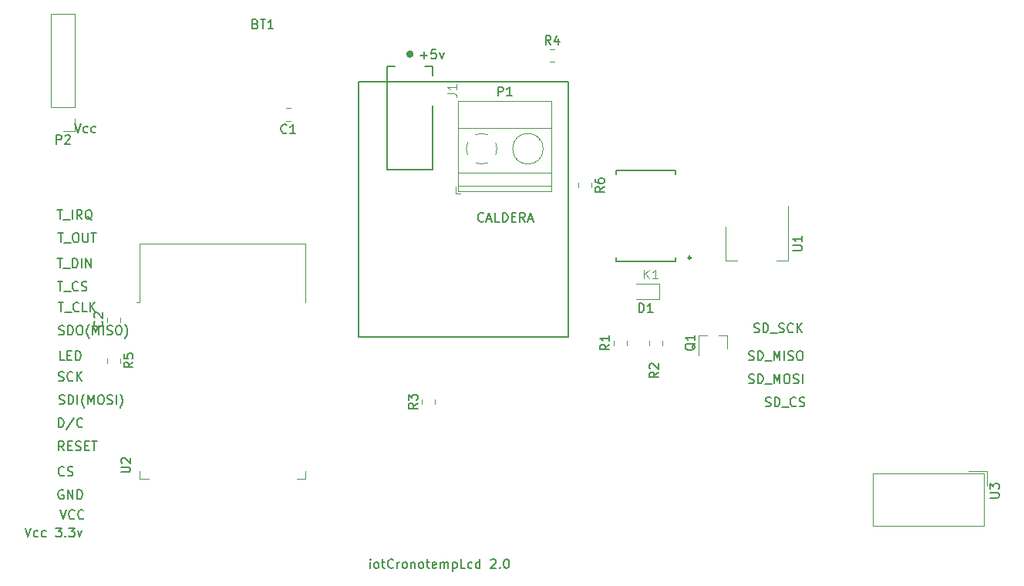
<source format=gbr>
G04 #@! TF.GenerationSoftware,KiCad,Pcbnew,5.1.5+dfsg1-2build2*
G04 #@! TF.CreationDate,2021-09-10T16:14:55+02:00*
G04 #@! TF.ProjectId,cronotempNuevo,63726f6e-6f74-4656-9d70-4e7565766f2e,rev?*
G04 #@! TF.SameCoordinates,Original*
G04 #@! TF.FileFunction,Legend,Top*
G04 #@! TF.FilePolarity,Positive*
%FSLAX46Y46*%
G04 Gerber Fmt 4.6, Leading zero omitted, Abs format (unit mm)*
G04 Created by KiCad (PCBNEW 5.1.5+dfsg1-2build2) date 2021-09-10 16:14:55*
%MOMM*%
%LPD*%
G04 APERTURE LIST*
%ADD10C,0.150000*%
%ADD11C,0.120000*%
%ADD12C,0.127000*%
%ADD13C,0.400000*%
%ADD14C,0.280000*%
%ADD15C,0.015000*%
G04 APERTURE END LIST*
D10*
X103761904Y-106071428D02*
X104523809Y-106071428D01*
X104142857Y-106452380D02*
X104142857Y-105690476D01*
X105476190Y-105452380D02*
X105000000Y-105452380D01*
X104952380Y-105928571D01*
X105000000Y-105880952D01*
X105095238Y-105833333D01*
X105333333Y-105833333D01*
X105428571Y-105880952D01*
X105476190Y-105928571D01*
X105523809Y-106023809D01*
X105523809Y-106261904D01*
X105476190Y-106357142D01*
X105428571Y-106404761D01*
X105333333Y-106452380D01*
X105095238Y-106452380D01*
X105000000Y-106404761D01*
X104952380Y-106357142D01*
X105857142Y-105785714D02*
X106095238Y-106452380D01*
X106333333Y-105785714D01*
X65809523Y-113552380D02*
X66142857Y-114552380D01*
X66476190Y-113552380D01*
X67238095Y-114504761D02*
X67142857Y-114552380D01*
X66952380Y-114552380D01*
X66857142Y-114504761D01*
X66809523Y-114457142D01*
X66761904Y-114361904D01*
X66761904Y-114076190D01*
X66809523Y-113980952D01*
X66857142Y-113933333D01*
X66952380Y-113885714D01*
X67142857Y-113885714D01*
X67238095Y-113933333D01*
X68095238Y-114504761D02*
X68000000Y-114552380D01*
X67809523Y-114552380D01*
X67714285Y-114504761D01*
X67666666Y-114457142D01*
X67619047Y-114361904D01*
X67619047Y-114076190D01*
X67666666Y-113980952D01*
X67714285Y-113933333D01*
X67809523Y-113885714D01*
X68000000Y-113885714D01*
X68095238Y-113933333D01*
X110695238Y-124257142D02*
X110647619Y-124304761D01*
X110504761Y-124352380D01*
X110409523Y-124352380D01*
X110266666Y-124304761D01*
X110171428Y-124209523D01*
X110123809Y-124114285D01*
X110076190Y-123923809D01*
X110076190Y-123780952D01*
X110123809Y-123590476D01*
X110171428Y-123495238D01*
X110266666Y-123400000D01*
X110409523Y-123352380D01*
X110504761Y-123352380D01*
X110647619Y-123400000D01*
X110695238Y-123447619D01*
X111076190Y-124066666D02*
X111552380Y-124066666D01*
X110980952Y-124352380D02*
X111314285Y-123352380D01*
X111647619Y-124352380D01*
X112457142Y-124352380D02*
X111980952Y-124352380D01*
X111980952Y-123352380D01*
X112790476Y-124352380D02*
X112790476Y-123352380D01*
X113028571Y-123352380D01*
X113171428Y-123400000D01*
X113266666Y-123495238D01*
X113314285Y-123590476D01*
X113361904Y-123780952D01*
X113361904Y-123923809D01*
X113314285Y-124114285D01*
X113266666Y-124209523D01*
X113171428Y-124304761D01*
X113028571Y-124352380D01*
X112790476Y-124352380D01*
X113790476Y-123828571D02*
X114123809Y-123828571D01*
X114266666Y-124352380D02*
X113790476Y-124352380D01*
X113790476Y-123352380D01*
X114266666Y-123352380D01*
X115266666Y-124352380D02*
X114933333Y-123876190D01*
X114695238Y-124352380D02*
X114695238Y-123352380D01*
X115076190Y-123352380D01*
X115171428Y-123400000D01*
X115219047Y-123447619D01*
X115266666Y-123542857D01*
X115266666Y-123685714D01*
X115219047Y-123780952D01*
X115171428Y-123828571D01*
X115076190Y-123876190D01*
X114695238Y-123876190D01*
X115647619Y-124066666D02*
X116123809Y-124066666D01*
X115552380Y-124352380D02*
X115885714Y-123352380D01*
X116219047Y-124352380D01*
X120000000Y-109000000D02*
X120000000Y-137000000D01*
X60357142Y-157952380D02*
X60690476Y-158952380D01*
X61023809Y-157952380D01*
X61785714Y-158904761D02*
X61690476Y-158952380D01*
X61500000Y-158952380D01*
X61404761Y-158904761D01*
X61357142Y-158857142D01*
X61309523Y-158761904D01*
X61309523Y-158476190D01*
X61357142Y-158380952D01*
X61404761Y-158333333D01*
X61500000Y-158285714D01*
X61690476Y-158285714D01*
X61785714Y-158333333D01*
X62642857Y-158904761D02*
X62547619Y-158952380D01*
X62357142Y-158952380D01*
X62261904Y-158904761D01*
X62214285Y-158857142D01*
X62166666Y-158761904D01*
X62166666Y-158476190D01*
X62214285Y-158380952D01*
X62261904Y-158333333D01*
X62357142Y-158285714D01*
X62547619Y-158285714D01*
X62642857Y-158333333D01*
X63738095Y-157952380D02*
X64357142Y-157952380D01*
X64023809Y-158333333D01*
X64166666Y-158333333D01*
X64261904Y-158380952D01*
X64309523Y-158428571D01*
X64357142Y-158523809D01*
X64357142Y-158761904D01*
X64309523Y-158857142D01*
X64261904Y-158904761D01*
X64166666Y-158952380D01*
X63880952Y-158952380D01*
X63785714Y-158904761D01*
X63738095Y-158857142D01*
X64785714Y-158857142D02*
X64833333Y-158904761D01*
X64785714Y-158952380D01*
X64738095Y-158904761D01*
X64785714Y-158857142D01*
X64785714Y-158952380D01*
X65166666Y-157952380D02*
X65785714Y-157952380D01*
X65452380Y-158333333D01*
X65595238Y-158333333D01*
X65690476Y-158380952D01*
X65738095Y-158428571D01*
X65785714Y-158523809D01*
X65785714Y-158761904D01*
X65738095Y-158857142D01*
X65690476Y-158904761D01*
X65595238Y-158952380D01*
X65309523Y-158952380D01*
X65214285Y-158904761D01*
X65166666Y-158857142D01*
X66119047Y-158285714D02*
X66357142Y-158952380D01*
X66595238Y-158285714D01*
X97000000Y-109000000D02*
X97000000Y-137000000D01*
X120000000Y-137000000D02*
X97000000Y-137000000D01*
X97000000Y-109000000D02*
X120000000Y-109000000D01*
X98254761Y-162402380D02*
X98254761Y-161735714D01*
X98254761Y-161402380D02*
X98207142Y-161450000D01*
X98254761Y-161497619D01*
X98302380Y-161450000D01*
X98254761Y-161402380D01*
X98254761Y-161497619D01*
X98873809Y-162402380D02*
X98778571Y-162354761D01*
X98730952Y-162307142D01*
X98683333Y-162211904D01*
X98683333Y-161926190D01*
X98730952Y-161830952D01*
X98778571Y-161783333D01*
X98873809Y-161735714D01*
X99016666Y-161735714D01*
X99111904Y-161783333D01*
X99159523Y-161830952D01*
X99207142Y-161926190D01*
X99207142Y-162211904D01*
X99159523Y-162307142D01*
X99111904Y-162354761D01*
X99016666Y-162402380D01*
X98873809Y-162402380D01*
X99492857Y-161735714D02*
X99873809Y-161735714D01*
X99635714Y-161402380D02*
X99635714Y-162259523D01*
X99683333Y-162354761D01*
X99778571Y-162402380D01*
X99873809Y-162402380D01*
X100778571Y-162307142D02*
X100730952Y-162354761D01*
X100588095Y-162402380D01*
X100492857Y-162402380D01*
X100350000Y-162354761D01*
X100254761Y-162259523D01*
X100207142Y-162164285D01*
X100159523Y-161973809D01*
X100159523Y-161830952D01*
X100207142Y-161640476D01*
X100254761Y-161545238D01*
X100350000Y-161450000D01*
X100492857Y-161402380D01*
X100588095Y-161402380D01*
X100730952Y-161450000D01*
X100778571Y-161497619D01*
X101207142Y-162402380D02*
X101207142Y-161735714D01*
X101207142Y-161926190D02*
X101254761Y-161830952D01*
X101302380Y-161783333D01*
X101397619Y-161735714D01*
X101492857Y-161735714D01*
X101969047Y-162402380D02*
X101873809Y-162354761D01*
X101826190Y-162307142D01*
X101778571Y-162211904D01*
X101778571Y-161926190D01*
X101826190Y-161830952D01*
X101873809Y-161783333D01*
X101969047Y-161735714D01*
X102111904Y-161735714D01*
X102207142Y-161783333D01*
X102254761Y-161830952D01*
X102302380Y-161926190D01*
X102302380Y-162211904D01*
X102254761Y-162307142D01*
X102207142Y-162354761D01*
X102111904Y-162402380D01*
X101969047Y-162402380D01*
X102730952Y-161735714D02*
X102730952Y-162402380D01*
X102730952Y-161830952D02*
X102778571Y-161783333D01*
X102873809Y-161735714D01*
X103016666Y-161735714D01*
X103111904Y-161783333D01*
X103159523Y-161878571D01*
X103159523Y-162402380D01*
X103778571Y-162402380D02*
X103683333Y-162354761D01*
X103635714Y-162307142D01*
X103588095Y-162211904D01*
X103588095Y-161926190D01*
X103635714Y-161830952D01*
X103683333Y-161783333D01*
X103778571Y-161735714D01*
X103921428Y-161735714D01*
X104016666Y-161783333D01*
X104064285Y-161830952D01*
X104111904Y-161926190D01*
X104111904Y-162211904D01*
X104064285Y-162307142D01*
X104016666Y-162354761D01*
X103921428Y-162402380D01*
X103778571Y-162402380D01*
X104397619Y-161735714D02*
X104778571Y-161735714D01*
X104540476Y-161402380D02*
X104540476Y-162259523D01*
X104588095Y-162354761D01*
X104683333Y-162402380D01*
X104778571Y-162402380D01*
X105492857Y-162354761D02*
X105397619Y-162402380D01*
X105207142Y-162402380D01*
X105111904Y-162354761D01*
X105064285Y-162259523D01*
X105064285Y-161878571D01*
X105111904Y-161783333D01*
X105207142Y-161735714D01*
X105397619Y-161735714D01*
X105492857Y-161783333D01*
X105540476Y-161878571D01*
X105540476Y-161973809D01*
X105064285Y-162069047D01*
X105969047Y-162402380D02*
X105969047Y-161735714D01*
X105969047Y-161830952D02*
X106016666Y-161783333D01*
X106111904Y-161735714D01*
X106254761Y-161735714D01*
X106350000Y-161783333D01*
X106397619Y-161878571D01*
X106397619Y-162402380D01*
X106397619Y-161878571D02*
X106445238Y-161783333D01*
X106540476Y-161735714D01*
X106683333Y-161735714D01*
X106778571Y-161783333D01*
X106826190Y-161878571D01*
X106826190Y-162402380D01*
X107302380Y-161735714D02*
X107302380Y-162735714D01*
X107302380Y-161783333D02*
X107397619Y-161735714D01*
X107588095Y-161735714D01*
X107683333Y-161783333D01*
X107730952Y-161830952D01*
X107778571Y-161926190D01*
X107778571Y-162211904D01*
X107730952Y-162307142D01*
X107683333Y-162354761D01*
X107588095Y-162402380D01*
X107397619Y-162402380D01*
X107302380Y-162354761D01*
X108683333Y-162402380D02*
X108207142Y-162402380D01*
X108207142Y-161402380D01*
X109445238Y-162354761D02*
X109350000Y-162402380D01*
X109159523Y-162402380D01*
X109064285Y-162354761D01*
X109016666Y-162307142D01*
X108969047Y-162211904D01*
X108969047Y-161926190D01*
X109016666Y-161830952D01*
X109064285Y-161783333D01*
X109159523Y-161735714D01*
X109350000Y-161735714D01*
X109445238Y-161783333D01*
X110302380Y-162402380D02*
X110302380Y-161402380D01*
X110302380Y-162354761D02*
X110207142Y-162402380D01*
X110016666Y-162402380D01*
X109921428Y-162354761D01*
X109873809Y-162307142D01*
X109826190Y-162211904D01*
X109826190Y-161926190D01*
X109873809Y-161830952D01*
X109921428Y-161783333D01*
X110016666Y-161735714D01*
X110207142Y-161735714D01*
X110302380Y-161783333D01*
X111492857Y-161497619D02*
X111540476Y-161450000D01*
X111635714Y-161402380D01*
X111873809Y-161402380D01*
X111969047Y-161450000D01*
X112016666Y-161497619D01*
X112064285Y-161592857D01*
X112064285Y-161688095D01*
X112016666Y-161830952D01*
X111445238Y-162402380D01*
X112064285Y-162402380D01*
X112492857Y-162307142D02*
X112540476Y-162354761D01*
X112492857Y-162402380D01*
X112445238Y-162354761D01*
X112492857Y-162307142D01*
X112492857Y-162402380D01*
X113159523Y-161402380D02*
X113254761Y-161402380D01*
X113350000Y-161450000D01*
X113397619Y-161497619D01*
X113445238Y-161592857D01*
X113492857Y-161783333D01*
X113492857Y-162021428D01*
X113445238Y-162211904D01*
X113397619Y-162307142D01*
X113350000Y-162354761D01*
X113254761Y-162402380D01*
X113159523Y-162402380D01*
X113064285Y-162354761D01*
X113016666Y-162307142D01*
X112969047Y-162211904D01*
X112921428Y-162021428D01*
X112921428Y-161783333D01*
X112969047Y-161592857D01*
X113016666Y-161497619D01*
X113064285Y-161450000D01*
X113159523Y-161402380D01*
D11*
X121140000Y-120091422D02*
X121140000Y-120608578D01*
X122560000Y-120091422D02*
X122560000Y-120608578D01*
X65846000Y-101540000D02*
X63186000Y-101540000D01*
X65846000Y-111760000D02*
X65846000Y-101540000D01*
X63186000Y-111760000D02*
X63186000Y-101540000D01*
X65846000Y-111760000D02*
X63186000Y-111760000D01*
X65846000Y-113030000D02*
X65846000Y-114360000D01*
X65846000Y-114360000D02*
X64516000Y-114360000D01*
X69390000Y-135358578D02*
X69390000Y-134841422D01*
X70810000Y-135358578D02*
X70810000Y-134841422D01*
X117991422Y-105390000D02*
X118508578Y-105390000D01*
X117991422Y-106810000D02*
X118508578Y-106810000D01*
D12*
X105116000Y-118642000D02*
X100116000Y-118642000D01*
X100116000Y-118642000D02*
X100116000Y-107242000D01*
X105116000Y-107242000D02*
X105116000Y-108292000D01*
X100116000Y-107242000D02*
X100966000Y-107242000D01*
X105116000Y-111592000D02*
X105116000Y-118642000D01*
X104266000Y-107242000D02*
X105116000Y-107242000D01*
D13*
X102816000Y-105942000D02*
G75*
G03X102816000Y-105942000I-200000J0D01*
G01*
D11*
X69390000Y-139341422D02*
X69390000Y-139858578D01*
X70810000Y-139341422D02*
X70810000Y-139858578D01*
X107650000Y-121232000D02*
X108150000Y-121232000D01*
X107650000Y-120492000D02*
X107650000Y-121232000D01*
X114343000Y-117355000D02*
X114296000Y-117401000D01*
X116640000Y-115057000D02*
X116605000Y-115093000D01*
X114536000Y-117571000D02*
X114501000Y-117606000D01*
X116845000Y-115263000D02*
X116798000Y-115309000D01*
X118170000Y-111071000D02*
X118170000Y-120992000D01*
X107890000Y-111071000D02*
X107890000Y-120992000D01*
X107890000Y-120992000D02*
X118170000Y-120992000D01*
X107890000Y-111071000D02*
X118170000Y-111071000D01*
X107890000Y-114031000D02*
X118170000Y-114031000D01*
X107890000Y-118932000D02*
X118170000Y-118932000D01*
X107890000Y-120432000D02*
X118170000Y-120432000D01*
X117250000Y-116332000D02*
G75*
G03X117250000Y-116332000I-1680000J0D01*
G01*
X110518805Y-118012253D02*
G75*
G02X109806000Y-117867000I-28805J1680253D01*
G01*
X108954574Y-117015042D02*
G75*
G02X108955000Y-115648000I1535426J683042D01*
G01*
X109806958Y-114796574D02*
G75*
G02X111174000Y-114797000I683042J-1535426D01*
G01*
X112025426Y-115648958D02*
G75*
G02X112025000Y-117016000I-1535426J-683042D01*
G01*
X111173318Y-117866756D02*
G75*
G02X110490000Y-118012000I-683318J1534756D01*
G01*
X137480000Y-136840000D02*
X137480000Y-138300000D01*
X134320000Y-136840000D02*
X134320000Y-139000000D01*
X134320000Y-136840000D02*
X135250000Y-136840000D01*
X137480000Y-136840000D02*
X136550000Y-136840000D01*
X72930000Y-151755000D02*
X72930000Y-152535000D01*
X72930000Y-152535000D02*
X73930000Y-152535000D01*
X91170000Y-151755000D02*
X91170000Y-152535000D01*
X91170000Y-152535000D02*
X90170000Y-152535000D01*
X72930000Y-126790000D02*
X91170000Y-126790000D01*
X91170000Y-126790000D02*
X91170000Y-133210000D01*
X72930000Y-126790000D02*
X72930000Y-133210000D01*
X72930000Y-133210000D02*
X72550000Y-133210000D01*
X165670000Y-152030000D02*
X165670000Y-157770000D01*
X165670000Y-157780000D02*
X153410000Y-157780000D01*
X153410000Y-157780000D02*
X153410000Y-152020000D01*
X153410000Y-152020000D02*
X165660000Y-152020000D01*
X165950000Y-151740000D02*
X163950000Y-151740000D01*
X165950000Y-151740000D02*
X165950000Y-153350000D01*
X89508578Y-111840000D02*
X88991422Y-111840000D01*
X89508578Y-113260000D02*
X88991422Y-113260000D01*
X126410000Y-137908578D02*
X126410000Y-137391422D01*
X124990000Y-137908578D02*
X124990000Y-137391422D01*
X130310000Y-137908578D02*
X130310000Y-137391422D01*
X128890000Y-137908578D02*
X128890000Y-137391422D01*
X103940000Y-144358578D02*
X103940000Y-143841422D01*
X105360000Y-144358578D02*
X105360000Y-143841422D01*
D12*
X131774000Y-128698000D02*
X125274000Y-128698000D01*
X125274000Y-118698000D02*
X131774000Y-118698000D01*
D14*
X133464000Y-128298000D02*
G75*
G03X133464000Y-128298000I-140000J0D01*
G01*
D12*
X131774000Y-128698000D02*
X131774000Y-128298000D01*
X125274000Y-128698000D02*
X125274000Y-128298000D01*
X131774000Y-118698000D02*
X131774000Y-119098000D01*
X125274000Y-118698000D02*
X125274000Y-119098000D01*
D11*
X130000000Y-132850000D02*
X127450000Y-132850000D01*
X130000000Y-131150000D02*
X127450000Y-131150000D01*
X130000000Y-132850000D02*
X130000000Y-131150000D01*
X137306000Y-128656000D02*
X138566000Y-128656000D01*
X144126000Y-128656000D02*
X142866000Y-128656000D01*
X137306000Y-124896000D02*
X137306000Y-128656000D01*
X144126000Y-122646000D02*
X144126000Y-128656000D01*
D10*
X140399142Y-136454761D02*
X140542000Y-136502380D01*
X140780095Y-136502380D01*
X140875333Y-136454761D01*
X140922952Y-136407142D01*
X140970571Y-136311904D01*
X140970571Y-136216666D01*
X140922952Y-136121428D01*
X140875333Y-136073809D01*
X140780095Y-136026190D01*
X140589619Y-135978571D01*
X140494380Y-135930952D01*
X140446761Y-135883333D01*
X140399142Y-135788095D01*
X140399142Y-135692857D01*
X140446761Y-135597619D01*
X140494380Y-135550000D01*
X140589619Y-135502380D01*
X140827714Y-135502380D01*
X140970571Y-135550000D01*
X141399142Y-136502380D02*
X141399142Y-135502380D01*
X141637238Y-135502380D01*
X141780095Y-135550000D01*
X141875333Y-135645238D01*
X141922952Y-135740476D01*
X141970571Y-135930952D01*
X141970571Y-136073809D01*
X141922952Y-136264285D01*
X141875333Y-136359523D01*
X141780095Y-136454761D01*
X141637238Y-136502380D01*
X141399142Y-136502380D01*
X142161047Y-136597619D02*
X142922952Y-136597619D01*
X143113428Y-136454761D02*
X143256285Y-136502380D01*
X143494380Y-136502380D01*
X143589619Y-136454761D01*
X143637238Y-136407142D01*
X143684857Y-136311904D01*
X143684857Y-136216666D01*
X143637238Y-136121428D01*
X143589619Y-136073809D01*
X143494380Y-136026190D01*
X143303904Y-135978571D01*
X143208666Y-135930952D01*
X143161047Y-135883333D01*
X143113428Y-135788095D01*
X143113428Y-135692857D01*
X143161047Y-135597619D01*
X143208666Y-135550000D01*
X143303904Y-135502380D01*
X143542000Y-135502380D01*
X143684857Y-135550000D01*
X144684857Y-136407142D02*
X144637238Y-136454761D01*
X144494380Y-136502380D01*
X144399142Y-136502380D01*
X144256285Y-136454761D01*
X144161047Y-136359523D01*
X144113428Y-136264285D01*
X144065809Y-136073809D01*
X144065809Y-135930952D01*
X144113428Y-135740476D01*
X144161047Y-135645238D01*
X144256285Y-135550000D01*
X144399142Y-135502380D01*
X144494380Y-135502380D01*
X144637238Y-135550000D01*
X144684857Y-135597619D01*
X145113428Y-136502380D02*
X145113428Y-135502380D01*
X145684857Y-136502380D02*
X145256285Y-135930952D01*
X145684857Y-135502380D02*
X145113428Y-136073809D01*
X139811809Y-139502761D02*
X139954666Y-139550380D01*
X140192761Y-139550380D01*
X140288000Y-139502761D01*
X140335619Y-139455142D01*
X140383238Y-139359904D01*
X140383238Y-139264666D01*
X140335619Y-139169428D01*
X140288000Y-139121809D01*
X140192761Y-139074190D01*
X140002285Y-139026571D01*
X139907047Y-138978952D01*
X139859428Y-138931333D01*
X139811809Y-138836095D01*
X139811809Y-138740857D01*
X139859428Y-138645619D01*
X139907047Y-138598000D01*
X140002285Y-138550380D01*
X140240380Y-138550380D01*
X140383238Y-138598000D01*
X140811809Y-139550380D02*
X140811809Y-138550380D01*
X141049904Y-138550380D01*
X141192761Y-138598000D01*
X141288000Y-138693238D01*
X141335619Y-138788476D01*
X141383238Y-138978952D01*
X141383238Y-139121809D01*
X141335619Y-139312285D01*
X141288000Y-139407523D01*
X141192761Y-139502761D01*
X141049904Y-139550380D01*
X140811809Y-139550380D01*
X141573714Y-139645619D02*
X142335619Y-139645619D01*
X142573714Y-139550380D02*
X142573714Y-138550380D01*
X142907047Y-139264666D01*
X143240380Y-138550380D01*
X143240380Y-139550380D01*
X143716571Y-139550380D02*
X143716571Y-138550380D01*
X144145142Y-139502761D02*
X144288000Y-139550380D01*
X144526095Y-139550380D01*
X144621333Y-139502761D01*
X144668952Y-139455142D01*
X144716571Y-139359904D01*
X144716571Y-139264666D01*
X144668952Y-139169428D01*
X144621333Y-139121809D01*
X144526095Y-139074190D01*
X144335619Y-139026571D01*
X144240380Y-138978952D01*
X144192761Y-138931333D01*
X144145142Y-138836095D01*
X144145142Y-138740857D01*
X144192761Y-138645619D01*
X144240380Y-138598000D01*
X144335619Y-138550380D01*
X144573714Y-138550380D01*
X144716571Y-138598000D01*
X145335619Y-138550380D02*
X145526095Y-138550380D01*
X145621333Y-138598000D01*
X145716571Y-138693238D01*
X145764190Y-138883714D01*
X145764190Y-139217047D01*
X145716571Y-139407523D01*
X145621333Y-139502761D01*
X145526095Y-139550380D01*
X145335619Y-139550380D01*
X145240380Y-139502761D01*
X145145142Y-139407523D01*
X145097523Y-139217047D01*
X145097523Y-138883714D01*
X145145142Y-138693238D01*
X145240380Y-138598000D01*
X145335619Y-138550380D01*
X139811809Y-142042761D02*
X139954666Y-142090380D01*
X140192761Y-142090380D01*
X140288000Y-142042761D01*
X140335619Y-141995142D01*
X140383238Y-141899904D01*
X140383238Y-141804666D01*
X140335619Y-141709428D01*
X140288000Y-141661809D01*
X140192761Y-141614190D01*
X140002285Y-141566571D01*
X139907047Y-141518952D01*
X139859428Y-141471333D01*
X139811809Y-141376095D01*
X139811809Y-141280857D01*
X139859428Y-141185619D01*
X139907047Y-141138000D01*
X140002285Y-141090380D01*
X140240380Y-141090380D01*
X140383238Y-141138000D01*
X140811809Y-142090380D02*
X140811809Y-141090380D01*
X141049904Y-141090380D01*
X141192761Y-141138000D01*
X141288000Y-141233238D01*
X141335619Y-141328476D01*
X141383238Y-141518952D01*
X141383238Y-141661809D01*
X141335619Y-141852285D01*
X141288000Y-141947523D01*
X141192761Y-142042761D01*
X141049904Y-142090380D01*
X140811809Y-142090380D01*
X141573714Y-142185619D02*
X142335619Y-142185619D01*
X142573714Y-142090380D02*
X142573714Y-141090380D01*
X142907047Y-141804666D01*
X143240380Y-141090380D01*
X143240380Y-142090380D01*
X143907047Y-141090380D02*
X144097523Y-141090380D01*
X144192761Y-141138000D01*
X144288000Y-141233238D01*
X144335619Y-141423714D01*
X144335619Y-141757047D01*
X144288000Y-141947523D01*
X144192761Y-142042761D01*
X144097523Y-142090380D01*
X143907047Y-142090380D01*
X143811809Y-142042761D01*
X143716571Y-141947523D01*
X143668952Y-141757047D01*
X143668952Y-141423714D01*
X143716571Y-141233238D01*
X143811809Y-141138000D01*
X143907047Y-141090380D01*
X144716571Y-142042761D02*
X144859428Y-142090380D01*
X145097523Y-142090380D01*
X145192761Y-142042761D01*
X145240380Y-141995142D01*
X145288000Y-141899904D01*
X145288000Y-141804666D01*
X145240380Y-141709428D01*
X145192761Y-141661809D01*
X145097523Y-141614190D01*
X144907047Y-141566571D01*
X144811809Y-141518952D01*
X144764190Y-141471333D01*
X144716571Y-141376095D01*
X144716571Y-141280857D01*
X144764190Y-141185619D01*
X144811809Y-141138000D01*
X144907047Y-141090380D01*
X145145142Y-141090380D01*
X145288000Y-141138000D01*
X145716571Y-142090380D02*
X145716571Y-141090380D01*
X141661142Y-144582761D02*
X141804000Y-144630380D01*
X142042095Y-144630380D01*
X142137333Y-144582761D01*
X142184952Y-144535142D01*
X142232571Y-144439904D01*
X142232571Y-144344666D01*
X142184952Y-144249428D01*
X142137333Y-144201809D01*
X142042095Y-144154190D01*
X141851619Y-144106571D01*
X141756380Y-144058952D01*
X141708761Y-144011333D01*
X141661142Y-143916095D01*
X141661142Y-143820857D01*
X141708761Y-143725619D01*
X141756380Y-143678000D01*
X141851619Y-143630380D01*
X142089714Y-143630380D01*
X142232571Y-143678000D01*
X142661142Y-144630380D02*
X142661142Y-143630380D01*
X142899238Y-143630380D01*
X143042095Y-143678000D01*
X143137333Y-143773238D01*
X143184952Y-143868476D01*
X143232571Y-144058952D01*
X143232571Y-144201809D01*
X143184952Y-144392285D01*
X143137333Y-144487523D01*
X143042095Y-144582761D01*
X142899238Y-144630380D01*
X142661142Y-144630380D01*
X143423047Y-144725619D02*
X144184952Y-144725619D01*
X144994476Y-144535142D02*
X144946857Y-144582761D01*
X144804000Y-144630380D01*
X144708761Y-144630380D01*
X144565904Y-144582761D01*
X144470666Y-144487523D01*
X144423047Y-144392285D01*
X144375428Y-144201809D01*
X144375428Y-144058952D01*
X144423047Y-143868476D01*
X144470666Y-143773238D01*
X144565904Y-143678000D01*
X144708761Y-143630380D01*
X144804000Y-143630380D01*
X144946857Y-143678000D01*
X144994476Y-143725619D01*
X145375428Y-144582761D02*
X145518285Y-144630380D01*
X145756380Y-144630380D01*
X145851619Y-144582761D01*
X145899238Y-144535142D01*
X145946857Y-144439904D01*
X145946857Y-144344666D01*
X145899238Y-144249428D01*
X145851619Y-144201809D01*
X145756380Y-144154190D01*
X145565904Y-144106571D01*
X145470666Y-144058952D01*
X145423047Y-144011333D01*
X145375428Y-143916095D01*
X145375428Y-143820857D01*
X145423047Y-143725619D01*
X145470666Y-143678000D01*
X145565904Y-143630380D01*
X145804000Y-143630380D01*
X145946857Y-143678000D01*
X63897428Y-123056380D02*
X64468857Y-123056380D01*
X64183142Y-124056380D02*
X64183142Y-123056380D01*
X64564095Y-124151619D02*
X65326000Y-124151619D01*
X65564095Y-124056380D02*
X65564095Y-123056380D01*
X66611714Y-124056380D02*
X66278380Y-123580190D01*
X66040285Y-124056380D02*
X66040285Y-123056380D01*
X66421238Y-123056380D01*
X66516476Y-123104000D01*
X66564095Y-123151619D01*
X66611714Y-123246857D01*
X66611714Y-123389714D01*
X66564095Y-123484952D01*
X66516476Y-123532571D01*
X66421238Y-123580190D01*
X66040285Y-123580190D01*
X67706952Y-124151619D02*
X67611714Y-124104000D01*
X67516476Y-124008761D01*
X67373619Y-123865904D01*
X67278380Y-123818285D01*
X67183142Y-123818285D01*
X67230761Y-124056380D02*
X67135523Y-124008761D01*
X67040285Y-123913523D01*
X66992666Y-123723047D01*
X66992666Y-123389714D01*
X67040285Y-123199238D01*
X67135523Y-123104000D01*
X67230761Y-123056380D01*
X67421238Y-123056380D01*
X67516476Y-123104000D01*
X67611714Y-123199238D01*
X67659333Y-123389714D01*
X67659333Y-123723047D01*
X67611714Y-123913523D01*
X67516476Y-124008761D01*
X67421238Y-124056380D01*
X67230761Y-124056380D01*
X63984761Y-125596380D02*
X64556190Y-125596380D01*
X64270476Y-126596380D02*
X64270476Y-125596380D01*
X64651428Y-126691619D02*
X65413333Y-126691619D01*
X65841904Y-125596380D02*
X66032380Y-125596380D01*
X66127619Y-125644000D01*
X66222857Y-125739238D01*
X66270476Y-125929714D01*
X66270476Y-126263047D01*
X66222857Y-126453523D01*
X66127619Y-126548761D01*
X66032380Y-126596380D01*
X65841904Y-126596380D01*
X65746666Y-126548761D01*
X65651428Y-126453523D01*
X65603809Y-126263047D01*
X65603809Y-125929714D01*
X65651428Y-125739238D01*
X65746666Y-125644000D01*
X65841904Y-125596380D01*
X66699047Y-125596380D02*
X66699047Y-126405904D01*
X66746666Y-126501142D01*
X66794285Y-126548761D01*
X66889523Y-126596380D01*
X67080000Y-126596380D01*
X67175238Y-126548761D01*
X67222857Y-126501142D01*
X67270476Y-126405904D01*
X67270476Y-125596380D01*
X67603809Y-125596380D02*
X68175238Y-125596380D01*
X67889523Y-126596380D02*
X67889523Y-125596380D01*
X63897428Y-128390380D02*
X64468857Y-128390380D01*
X64183142Y-129390380D02*
X64183142Y-128390380D01*
X64564095Y-129485619D02*
X65326000Y-129485619D01*
X65564095Y-129390380D02*
X65564095Y-128390380D01*
X65802190Y-128390380D01*
X65945047Y-128438000D01*
X66040285Y-128533238D01*
X66087904Y-128628476D01*
X66135523Y-128818952D01*
X66135523Y-128961809D01*
X66087904Y-129152285D01*
X66040285Y-129247523D01*
X65945047Y-129342761D01*
X65802190Y-129390380D01*
X65564095Y-129390380D01*
X66564095Y-129390380D02*
X66564095Y-128390380D01*
X67040285Y-129390380D02*
X67040285Y-128390380D01*
X67611714Y-129390380D01*
X67611714Y-128390380D01*
X63929142Y-130930380D02*
X64500571Y-130930380D01*
X64214857Y-131930380D02*
X64214857Y-130930380D01*
X64595809Y-132025619D02*
X65357714Y-132025619D01*
X66167238Y-131835142D02*
X66119619Y-131882761D01*
X65976761Y-131930380D01*
X65881523Y-131930380D01*
X65738666Y-131882761D01*
X65643428Y-131787523D01*
X65595809Y-131692285D01*
X65548190Y-131501809D01*
X65548190Y-131358952D01*
X65595809Y-131168476D01*
X65643428Y-131073238D01*
X65738666Y-130978000D01*
X65881523Y-130930380D01*
X65976761Y-130930380D01*
X66119619Y-130978000D01*
X66167238Y-131025619D01*
X66548190Y-131882761D02*
X66691047Y-131930380D01*
X66929142Y-131930380D01*
X67024380Y-131882761D01*
X67072000Y-131835142D01*
X67119619Y-131739904D01*
X67119619Y-131644666D01*
X67072000Y-131549428D01*
X67024380Y-131501809D01*
X66929142Y-131454190D01*
X66738666Y-131406571D01*
X66643428Y-131358952D01*
X66595809Y-131311333D01*
X66548190Y-131216095D01*
X66548190Y-131120857D01*
X66595809Y-131025619D01*
X66643428Y-130978000D01*
X66738666Y-130930380D01*
X66976761Y-130930380D01*
X67119619Y-130978000D01*
X64008571Y-133216380D02*
X64580000Y-133216380D01*
X64294285Y-134216380D02*
X64294285Y-133216380D01*
X64675238Y-134311619D02*
X65437142Y-134311619D01*
X66246666Y-134121142D02*
X66199047Y-134168761D01*
X66056190Y-134216380D01*
X65960952Y-134216380D01*
X65818095Y-134168761D01*
X65722857Y-134073523D01*
X65675238Y-133978285D01*
X65627619Y-133787809D01*
X65627619Y-133644952D01*
X65675238Y-133454476D01*
X65722857Y-133359238D01*
X65818095Y-133264000D01*
X65960952Y-133216380D01*
X66056190Y-133216380D01*
X66199047Y-133264000D01*
X66246666Y-133311619D01*
X67151428Y-134216380D02*
X66675238Y-134216380D01*
X66675238Y-133216380D01*
X67484761Y-134216380D02*
X67484761Y-133216380D01*
X68056190Y-134216380D02*
X67627619Y-133644952D01*
X68056190Y-133216380D02*
X67484761Y-133787809D01*
X64072285Y-136708761D02*
X64215142Y-136756380D01*
X64453238Y-136756380D01*
X64548476Y-136708761D01*
X64596095Y-136661142D01*
X64643714Y-136565904D01*
X64643714Y-136470666D01*
X64596095Y-136375428D01*
X64548476Y-136327809D01*
X64453238Y-136280190D01*
X64262761Y-136232571D01*
X64167523Y-136184952D01*
X64119904Y-136137333D01*
X64072285Y-136042095D01*
X64072285Y-135946857D01*
X64119904Y-135851619D01*
X64167523Y-135804000D01*
X64262761Y-135756380D01*
X64500857Y-135756380D01*
X64643714Y-135804000D01*
X65072285Y-136756380D02*
X65072285Y-135756380D01*
X65310380Y-135756380D01*
X65453238Y-135804000D01*
X65548476Y-135899238D01*
X65596095Y-135994476D01*
X65643714Y-136184952D01*
X65643714Y-136327809D01*
X65596095Y-136518285D01*
X65548476Y-136613523D01*
X65453238Y-136708761D01*
X65310380Y-136756380D01*
X65072285Y-136756380D01*
X66262761Y-135756380D02*
X66453238Y-135756380D01*
X66548476Y-135804000D01*
X66643714Y-135899238D01*
X66691333Y-136089714D01*
X66691333Y-136423047D01*
X66643714Y-136613523D01*
X66548476Y-136708761D01*
X66453238Y-136756380D01*
X66262761Y-136756380D01*
X66167523Y-136708761D01*
X66072285Y-136613523D01*
X66024666Y-136423047D01*
X66024666Y-136089714D01*
X66072285Y-135899238D01*
X66167523Y-135804000D01*
X66262761Y-135756380D01*
X67405619Y-137137333D02*
X67358000Y-137089714D01*
X67262761Y-136946857D01*
X67215142Y-136851619D01*
X67167523Y-136708761D01*
X67119904Y-136470666D01*
X67119904Y-136280190D01*
X67167523Y-136042095D01*
X67215142Y-135899238D01*
X67262761Y-135804000D01*
X67358000Y-135661142D01*
X67405619Y-135613523D01*
X67786571Y-136756380D02*
X67786571Y-135756380D01*
X68119904Y-136470666D01*
X68453238Y-135756380D01*
X68453238Y-136756380D01*
X68929428Y-136756380D02*
X68929428Y-135756380D01*
X69358000Y-136708761D02*
X69500857Y-136756380D01*
X69738952Y-136756380D01*
X69834190Y-136708761D01*
X69881809Y-136661142D01*
X69929428Y-136565904D01*
X69929428Y-136470666D01*
X69881809Y-136375428D01*
X69834190Y-136327809D01*
X69738952Y-136280190D01*
X69548476Y-136232571D01*
X69453238Y-136184952D01*
X69405619Y-136137333D01*
X69358000Y-136042095D01*
X69358000Y-135946857D01*
X69405619Y-135851619D01*
X69453238Y-135804000D01*
X69548476Y-135756380D01*
X69786571Y-135756380D01*
X69929428Y-135804000D01*
X70548476Y-135756380D02*
X70738952Y-135756380D01*
X70834190Y-135804000D01*
X70929428Y-135899238D01*
X70977047Y-136089714D01*
X70977047Y-136423047D01*
X70929428Y-136613523D01*
X70834190Y-136708761D01*
X70738952Y-136756380D01*
X70548476Y-136756380D01*
X70453238Y-136708761D01*
X70358000Y-136613523D01*
X70310380Y-136423047D01*
X70310380Y-136089714D01*
X70358000Y-135899238D01*
X70453238Y-135804000D01*
X70548476Y-135756380D01*
X71310380Y-137137333D02*
X71358000Y-137089714D01*
X71453238Y-136946857D01*
X71500857Y-136851619D01*
X71548476Y-136708761D01*
X71596095Y-136470666D01*
X71596095Y-136280190D01*
X71548476Y-136042095D01*
X71500857Y-135899238D01*
X71453238Y-135804000D01*
X71358000Y-135661142D01*
X71310380Y-135613523D01*
X64675142Y-139550380D02*
X64198952Y-139550380D01*
X64198952Y-138550380D01*
X65008476Y-139026571D02*
X65341809Y-139026571D01*
X65484666Y-139550380D02*
X65008476Y-139550380D01*
X65008476Y-138550380D01*
X65484666Y-138550380D01*
X65913238Y-139550380D02*
X65913238Y-138550380D01*
X66151333Y-138550380D01*
X66294190Y-138598000D01*
X66389428Y-138693238D01*
X66437047Y-138788476D01*
X66484666Y-138978952D01*
X66484666Y-139121809D01*
X66437047Y-139312285D01*
X66389428Y-139407523D01*
X66294190Y-139502761D01*
X66151333Y-139550380D01*
X65913238Y-139550380D01*
X64032285Y-141788761D02*
X64175142Y-141836380D01*
X64413238Y-141836380D01*
X64508476Y-141788761D01*
X64556095Y-141741142D01*
X64603714Y-141645904D01*
X64603714Y-141550666D01*
X64556095Y-141455428D01*
X64508476Y-141407809D01*
X64413238Y-141360190D01*
X64222761Y-141312571D01*
X64127523Y-141264952D01*
X64079904Y-141217333D01*
X64032285Y-141122095D01*
X64032285Y-141026857D01*
X64079904Y-140931619D01*
X64127523Y-140884000D01*
X64222761Y-140836380D01*
X64460857Y-140836380D01*
X64603714Y-140884000D01*
X65603714Y-141741142D02*
X65556095Y-141788761D01*
X65413238Y-141836380D01*
X65318000Y-141836380D01*
X65175142Y-141788761D01*
X65079904Y-141693523D01*
X65032285Y-141598285D01*
X64984666Y-141407809D01*
X64984666Y-141264952D01*
X65032285Y-141074476D01*
X65079904Y-140979238D01*
X65175142Y-140884000D01*
X65318000Y-140836380D01*
X65413238Y-140836380D01*
X65556095Y-140884000D01*
X65603714Y-140931619D01*
X66032285Y-141836380D02*
X66032285Y-140836380D01*
X66603714Y-141836380D02*
X66175142Y-141264952D01*
X66603714Y-140836380D02*
X66032285Y-141407809D01*
X64104000Y-144328761D02*
X64246857Y-144376380D01*
X64484952Y-144376380D01*
X64580190Y-144328761D01*
X64627809Y-144281142D01*
X64675428Y-144185904D01*
X64675428Y-144090666D01*
X64627809Y-143995428D01*
X64580190Y-143947809D01*
X64484952Y-143900190D01*
X64294476Y-143852571D01*
X64199238Y-143804952D01*
X64151619Y-143757333D01*
X64104000Y-143662095D01*
X64104000Y-143566857D01*
X64151619Y-143471619D01*
X64199238Y-143424000D01*
X64294476Y-143376380D01*
X64532571Y-143376380D01*
X64675428Y-143424000D01*
X65104000Y-144376380D02*
X65104000Y-143376380D01*
X65342095Y-143376380D01*
X65484952Y-143424000D01*
X65580190Y-143519238D01*
X65627809Y-143614476D01*
X65675428Y-143804952D01*
X65675428Y-143947809D01*
X65627809Y-144138285D01*
X65580190Y-144233523D01*
X65484952Y-144328761D01*
X65342095Y-144376380D01*
X65104000Y-144376380D01*
X66104000Y-144376380D02*
X66104000Y-143376380D01*
X66865904Y-144757333D02*
X66818285Y-144709714D01*
X66723047Y-144566857D01*
X66675428Y-144471619D01*
X66627809Y-144328761D01*
X66580190Y-144090666D01*
X66580190Y-143900190D01*
X66627809Y-143662095D01*
X66675428Y-143519238D01*
X66723047Y-143424000D01*
X66818285Y-143281142D01*
X66865904Y-143233523D01*
X67246857Y-144376380D02*
X67246857Y-143376380D01*
X67580190Y-144090666D01*
X67913523Y-143376380D01*
X67913523Y-144376380D01*
X68580190Y-143376380D02*
X68770666Y-143376380D01*
X68865904Y-143424000D01*
X68961142Y-143519238D01*
X69008761Y-143709714D01*
X69008761Y-144043047D01*
X68961142Y-144233523D01*
X68865904Y-144328761D01*
X68770666Y-144376380D01*
X68580190Y-144376380D01*
X68484952Y-144328761D01*
X68389714Y-144233523D01*
X68342095Y-144043047D01*
X68342095Y-143709714D01*
X68389714Y-143519238D01*
X68484952Y-143424000D01*
X68580190Y-143376380D01*
X69389714Y-144328761D02*
X69532571Y-144376380D01*
X69770666Y-144376380D01*
X69865904Y-144328761D01*
X69913523Y-144281142D01*
X69961142Y-144185904D01*
X69961142Y-144090666D01*
X69913523Y-143995428D01*
X69865904Y-143947809D01*
X69770666Y-143900190D01*
X69580190Y-143852571D01*
X69484952Y-143804952D01*
X69437333Y-143757333D01*
X69389714Y-143662095D01*
X69389714Y-143566857D01*
X69437333Y-143471619D01*
X69484952Y-143424000D01*
X69580190Y-143376380D01*
X69818285Y-143376380D01*
X69961142Y-143424000D01*
X70389714Y-144376380D02*
X70389714Y-143376380D01*
X70770666Y-144757333D02*
X70818285Y-144709714D01*
X70913523Y-144566857D01*
X70961142Y-144471619D01*
X71008761Y-144328761D01*
X71056380Y-144090666D01*
X71056380Y-143900190D01*
X71008761Y-143662095D01*
X70961142Y-143519238D01*
X70913523Y-143424000D01*
X70818285Y-143281142D01*
X70770666Y-143233523D01*
X64032285Y-146916380D02*
X64032285Y-145916380D01*
X64270380Y-145916380D01*
X64413238Y-145964000D01*
X64508476Y-146059238D01*
X64556095Y-146154476D01*
X64603714Y-146344952D01*
X64603714Y-146487809D01*
X64556095Y-146678285D01*
X64508476Y-146773523D01*
X64413238Y-146868761D01*
X64270380Y-146916380D01*
X64032285Y-146916380D01*
X65746571Y-145868761D02*
X64889428Y-147154476D01*
X66651333Y-146821142D02*
X66603714Y-146868761D01*
X66460857Y-146916380D01*
X66365619Y-146916380D01*
X66222761Y-146868761D01*
X66127523Y-146773523D01*
X66079904Y-146678285D01*
X66032285Y-146487809D01*
X66032285Y-146344952D01*
X66079904Y-146154476D01*
X66127523Y-146059238D01*
X66222761Y-145964000D01*
X66365619Y-145916380D01*
X66460857Y-145916380D01*
X66603714Y-145964000D01*
X66651333Y-146011619D01*
X64627619Y-149456380D02*
X64294285Y-148980190D01*
X64056190Y-149456380D02*
X64056190Y-148456380D01*
X64437142Y-148456380D01*
X64532380Y-148504000D01*
X64580000Y-148551619D01*
X64627619Y-148646857D01*
X64627619Y-148789714D01*
X64580000Y-148884952D01*
X64532380Y-148932571D01*
X64437142Y-148980190D01*
X64056190Y-148980190D01*
X65056190Y-148932571D02*
X65389523Y-148932571D01*
X65532380Y-149456380D02*
X65056190Y-149456380D01*
X65056190Y-148456380D01*
X65532380Y-148456380D01*
X65913333Y-149408761D02*
X66056190Y-149456380D01*
X66294285Y-149456380D01*
X66389523Y-149408761D01*
X66437142Y-149361142D01*
X66484761Y-149265904D01*
X66484761Y-149170666D01*
X66437142Y-149075428D01*
X66389523Y-149027809D01*
X66294285Y-148980190D01*
X66103809Y-148932571D01*
X66008571Y-148884952D01*
X65960952Y-148837333D01*
X65913333Y-148742095D01*
X65913333Y-148646857D01*
X65960952Y-148551619D01*
X66008571Y-148504000D01*
X66103809Y-148456380D01*
X66341904Y-148456380D01*
X66484761Y-148504000D01*
X66913333Y-148932571D02*
X67246666Y-148932571D01*
X67389523Y-149456380D02*
X66913333Y-149456380D01*
X66913333Y-148456380D01*
X67389523Y-148456380D01*
X67675238Y-148456380D02*
X68246666Y-148456380D01*
X67960952Y-149456380D02*
X67960952Y-148456380D01*
X64643333Y-152155142D02*
X64595714Y-152202761D01*
X64452857Y-152250380D01*
X64357619Y-152250380D01*
X64214761Y-152202761D01*
X64119523Y-152107523D01*
X64071904Y-152012285D01*
X64024285Y-151821809D01*
X64024285Y-151678952D01*
X64071904Y-151488476D01*
X64119523Y-151393238D01*
X64214761Y-151298000D01*
X64357619Y-151250380D01*
X64452857Y-151250380D01*
X64595714Y-151298000D01*
X64643333Y-151345619D01*
X65024285Y-152202761D02*
X65167142Y-152250380D01*
X65405238Y-152250380D01*
X65500476Y-152202761D01*
X65548095Y-152155142D01*
X65595714Y-152059904D01*
X65595714Y-151964666D01*
X65548095Y-151869428D01*
X65500476Y-151821809D01*
X65405238Y-151774190D01*
X65214761Y-151726571D01*
X65119523Y-151678952D01*
X65071904Y-151631333D01*
X65024285Y-151536095D01*
X65024285Y-151440857D01*
X65071904Y-151345619D01*
X65119523Y-151298000D01*
X65214761Y-151250380D01*
X65452857Y-151250380D01*
X65595714Y-151298000D01*
X64556095Y-153838000D02*
X64460857Y-153790380D01*
X64318000Y-153790380D01*
X64175142Y-153838000D01*
X64079904Y-153933238D01*
X64032285Y-154028476D01*
X63984666Y-154218952D01*
X63984666Y-154361809D01*
X64032285Y-154552285D01*
X64079904Y-154647523D01*
X64175142Y-154742761D01*
X64318000Y-154790380D01*
X64413238Y-154790380D01*
X64556095Y-154742761D01*
X64603714Y-154695142D01*
X64603714Y-154361809D01*
X64413238Y-154361809D01*
X65032285Y-154790380D02*
X65032285Y-153790380D01*
X65603714Y-154790380D01*
X65603714Y-153790380D01*
X66079904Y-154790380D02*
X66079904Y-153790380D01*
X66318000Y-153790380D01*
X66460857Y-153838000D01*
X66556095Y-153933238D01*
X66603714Y-154028476D01*
X66651333Y-154218952D01*
X66651333Y-154361809D01*
X66603714Y-154552285D01*
X66556095Y-154647523D01*
X66460857Y-154742761D01*
X66318000Y-154790380D01*
X66079904Y-154790380D01*
X64206666Y-155988380D02*
X64540000Y-156988380D01*
X64873333Y-155988380D01*
X65778095Y-156893142D02*
X65730476Y-156940761D01*
X65587619Y-156988380D01*
X65492380Y-156988380D01*
X65349523Y-156940761D01*
X65254285Y-156845523D01*
X65206666Y-156750285D01*
X65159047Y-156559809D01*
X65159047Y-156416952D01*
X65206666Y-156226476D01*
X65254285Y-156131238D01*
X65349523Y-156036000D01*
X65492380Y-155988380D01*
X65587619Y-155988380D01*
X65730476Y-156036000D01*
X65778095Y-156083619D01*
X66778095Y-156893142D02*
X66730476Y-156940761D01*
X66587619Y-156988380D01*
X66492380Y-156988380D01*
X66349523Y-156940761D01*
X66254285Y-156845523D01*
X66206666Y-156750285D01*
X66159047Y-156559809D01*
X66159047Y-156416952D01*
X66206666Y-156226476D01*
X66254285Y-156131238D01*
X66349523Y-156036000D01*
X66492380Y-155988380D01*
X66587619Y-155988380D01*
X66730476Y-156036000D01*
X66778095Y-156083619D01*
X123952380Y-120516666D02*
X123476190Y-120850000D01*
X123952380Y-121088095D02*
X122952380Y-121088095D01*
X122952380Y-120707142D01*
X123000000Y-120611904D01*
X123047619Y-120564285D01*
X123142857Y-120516666D01*
X123285714Y-120516666D01*
X123380952Y-120564285D01*
X123428571Y-120611904D01*
X123476190Y-120707142D01*
X123476190Y-121088095D01*
X122952380Y-119659523D02*
X122952380Y-119850000D01*
X123000000Y-119945238D01*
X123047619Y-119992857D01*
X123190476Y-120088095D01*
X123380952Y-120135714D01*
X123761904Y-120135714D01*
X123857142Y-120088095D01*
X123904761Y-120040476D01*
X123952380Y-119945238D01*
X123952380Y-119754761D01*
X123904761Y-119659523D01*
X123857142Y-119611904D01*
X123761904Y-119564285D01*
X123523809Y-119564285D01*
X123428571Y-119611904D01*
X123380952Y-119659523D01*
X123333333Y-119754761D01*
X123333333Y-119945238D01*
X123380952Y-120040476D01*
X123428571Y-120088095D01*
X123523809Y-120135714D01*
X63777904Y-115812380D02*
X63777904Y-114812380D01*
X64158857Y-114812380D01*
X64254095Y-114860000D01*
X64301714Y-114907619D01*
X64349333Y-115002857D01*
X64349333Y-115145714D01*
X64301714Y-115240952D01*
X64254095Y-115288571D01*
X64158857Y-115336190D01*
X63777904Y-115336190D01*
X64730285Y-114907619D02*
X64777904Y-114860000D01*
X64873142Y-114812380D01*
X65111238Y-114812380D01*
X65206476Y-114860000D01*
X65254095Y-114907619D01*
X65301714Y-115002857D01*
X65301714Y-115098095D01*
X65254095Y-115240952D01*
X64682666Y-115812380D01*
X65301714Y-115812380D01*
X68807142Y-135266666D02*
X68854761Y-135314285D01*
X68902380Y-135457142D01*
X68902380Y-135552380D01*
X68854761Y-135695238D01*
X68759523Y-135790476D01*
X68664285Y-135838095D01*
X68473809Y-135885714D01*
X68330952Y-135885714D01*
X68140476Y-135838095D01*
X68045238Y-135790476D01*
X67950000Y-135695238D01*
X67902380Y-135552380D01*
X67902380Y-135457142D01*
X67950000Y-135314285D01*
X67997619Y-135266666D01*
X67997619Y-134885714D02*
X67950000Y-134838095D01*
X67902380Y-134742857D01*
X67902380Y-134504761D01*
X67950000Y-134409523D01*
X67997619Y-134361904D01*
X68092857Y-134314285D01*
X68188095Y-134314285D01*
X68330952Y-134361904D01*
X68902380Y-134933333D01*
X68902380Y-134314285D01*
X118083333Y-104902380D02*
X117750000Y-104426190D01*
X117511904Y-104902380D02*
X117511904Y-103902380D01*
X117892857Y-103902380D01*
X117988095Y-103950000D01*
X118035714Y-103997619D01*
X118083333Y-104092857D01*
X118083333Y-104235714D01*
X118035714Y-104330952D01*
X117988095Y-104378571D01*
X117892857Y-104426190D01*
X117511904Y-104426190D01*
X118940476Y-104235714D02*
X118940476Y-104902380D01*
X118702380Y-103854761D02*
X118464285Y-104569047D01*
X119083333Y-104569047D01*
D15*
X106734321Y-110260976D02*
X107448769Y-110260976D01*
X107591659Y-110308606D01*
X107686919Y-110403866D01*
X107734549Y-110546755D01*
X107734549Y-110642015D01*
X107734549Y-109260748D02*
X107734549Y-109832307D01*
X107734549Y-109546527D02*
X106734321Y-109546527D01*
X106877210Y-109641787D01*
X106972470Y-109737047D01*
X107020100Y-109832307D01*
D10*
X72202380Y-139766666D02*
X71726190Y-140100000D01*
X72202380Y-140338095D02*
X71202380Y-140338095D01*
X71202380Y-139957142D01*
X71250000Y-139861904D01*
X71297619Y-139814285D01*
X71392857Y-139766666D01*
X71535714Y-139766666D01*
X71630952Y-139814285D01*
X71678571Y-139861904D01*
X71726190Y-139957142D01*
X71726190Y-140338095D01*
X71202380Y-138861904D02*
X71202380Y-139338095D01*
X71678571Y-139385714D01*
X71630952Y-139338095D01*
X71583333Y-139242857D01*
X71583333Y-139004761D01*
X71630952Y-138909523D01*
X71678571Y-138861904D01*
X71773809Y-138814285D01*
X72011904Y-138814285D01*
X72107142Y-138861904D01*
X72154761Y-138909523D01*
X72202380Y-139004761D01*
X72202380Y-139242857D01*
X72154761Y-139338095D01*
X72107142Y-139385714D01*
X112291904Y-110524380D02*
X112291904Y-109524380D01*
X112672857Y-109524380D01*
X112768095Y-109572000D01*
X112815714Y-109619619D01*
X112863333Y-109714857D01*
X112863333Y-109857714D01*
X112815714Y-109952952D01*
X112768095Y-110000571D01*
X112672857Y-110048190D01*
X112291904Y-110048190D01*
X113815714Y-110524380D02*
X113244285Y-110524380D01*
X113530000Y-110524380D02*
X113530000Y-109524380D01*
X113434761Y-109667238D01*
X113339523Y-109762476D01*
X113244285Y-109810095D01*
X133947619Y-137695238D02*
X133900000Y-137790476D01*
X133804761Y-137885714D01*
X133661904Y-138028571D01*
X133614285Y-138123809D01*
X133614285Y-138219047D01*
X133852380Y-138171428D02*
X133804761Y-138266666D01*
X133709523Y-138361904D01*
X133519047Y-138409523D01*
X133185714Y-138409523D01*
X132995238Y-138361904D01*
X132900000Y-138266666D01*
X132852380Y-138171428D01*
X132852380Y-137980952D01*
X132900000Y-137885714D01*
X132995238Y-137790476D01*
X133185714Y-137742857D01*
X133519047Y-137742857D01*
X133709523Y-137790476D01*
X133804761Y-137885714D01*
X133852380Y-137980952D01*
X133852380Y-138171428D01*
X133852380Y-136790476D02*
X133852380Y-137361904D01*
X133852380Y-137076190D02*
X132852380Y-137076190D01*
X132995238Y-137171428D01*
X133090476Y-137266666D01*
X133138095Y-137361904D01*
X85664285Y-102628571D02*
X85807142Y-102676190D01*
X85854761Y-102723809D01*
X85902380Y-102819047D01*
X85902380Y-102961904D01*
X85854761Y-103057142D01*
X85807142Y-103104761D01*
X85711904Y-103152380D01*
X85330952Y-103152380D01*
X85330952Y-102152380D01*
X85664285Y-102152380D01*
X85759523Y-102200000D01*
X85807142Y-102247619D01*
X85854761Y-102342857D01*
X85854761Y-102438095D01*
X85807142Y-102533333D01*
X85759523Y-102580952D01*
X85664285Y-102628571D01*
X85330952Y-102628571D01*
X86188095Y-102152380D02*
X86759523Y-102152380D01*
X86473809Y-103152380D02*
X86473809Y-102152380D01*
X87616666Y-103152380D02*
X87045238Y-103152380D01*
X87330952Y-103152380D02*
X87330952Y-102152380D01*
X87235714Y-102295238D01*
X87140476Y-102390476D01*
X87045238Y-102438095D01*
X70892380Y-151846904D02*
X71701904Y-151846904D01*
X71797142Y-151799285D01*
X71844761Y-151751666D01*
X71892380Y-151656428D01*
X71892380Y-151465952D01*
X71844761Y-151370714D01*
X71797142Y-151323095D01*
X71701904Y-151275476D01*
X70892380Y-151275476D01*
X70987619Y-150846904D02*
X70940000Y-150799285D01*
X70892380Y-150704047D01*
X70892380Y-150465952D01*
X70940000Y-150370714D01*
X70987619Y-150323095D01*
X71082857Y-150275476D01*
X71178095Y-150275476D01*
X71320952Y-150323095D01*
X71892380Y-150894523D01*
X71892380Y-150275476D01*
X166302380Y-154661904D02*
X167111904Y-154661904D01*
X167207142Y-154614285D01*
X167254761Y-154566666D01*
X167302380Y-154471428D01*
X167302380Y-154280952D01*
X167254761Y-154185714D01*
X167207142Y-154138095D01*
X167111904Y-154090476D01*
X166302380Y-154090476D01*
X166302380Y-153709523D02*
X166302380Y-153090476D01*
X166683333Y-153423809D01*
X166683333Y-153280952D01*
X166730952Y-153185714D01*
X166778571Y-153138095D01*
X166873809Y-153090476D01*
X167111904Y-153090476D01*
X167207142Y-153138095D01*
X167254761Y-153185714D01*
X167302380Y-153280952D01*
X167302380Y-153566666D01*
X167254761Y-153661904D01*
X167207142Y-153709523D01*
X89083333Y-114557142D02*
X89035714Y-114604761D01*
X88892857Y-114652380D01*
X88797619Y-114652380D01*
X88654761Y-114604761D01*
X88559523Y-114509523D01*
X88511904Y-114414285D01*
X88464285Y-114223809D01*
X88464285Y-114080952D01*
X88511904Y-113890476D01*
X88559523Y-113795238D01*
X88654761Y-113700000D01*
X88797619Y-113652380D01*
X88892857Y-113652380D01*
X89035714Y-113700000D01*
X89083333Y-113747619D01*
X90035714Y-114652380D02*
X89464285Y-114652380D01*
X89750000Y-114652380D02*
X89750000Y-113652380D01*
X89654761Y-113795238D01*
X89559523Y-113890476D01*
X89464285Y-113938095D01*
X124502380Y-137816666D02*
X124026190Y-138150000D01*
X124502380Y-138388095D02*
X123502380Y-138388095D01*
X123502380Y-138007142D01*
X123550000Y-137911904D01*
X123597619Y-137864285D01*
X123692857Y-137816666D01*
X123835714Y-137816666D01*
X123930952Y-137864285D01*
X123978571Y-137911904D01*
X124026190Y-138007142D01*
X124026190Y-138388095D01*
X124502380Y-136864285D02*
X124502380Y-137435714D01*
X124502380Y-137150000D02*
X123502380Y-137150000D01*
X123645238Y-137245238D01*
X123740476Y-137340476D01*
X123788095Y-137435714D01*
X129902380Y-140866666D02*
X129426190Y-141200000D01*
X129902380Y-141438095D02*
X128902380Y-141438095D01*
X128902380Y-141057142D01*
X128950000Y-140961904D01*
X128997619Y-140914285D01*
X129092857Y-140866666D01*
X129235714Y-140866666D01*
X129330952Y-140914285D01*
X129378571Y-140961904D01*
X129426190Y-141057142D01*
X129426190Y-141438095D01*
X128997619Y-140485714D02*
X128950000Y-140438095D01*
X128902380Y-140342857D01*
X128902380Y-140104761D01*
X128950000Y-140009523D01*
X128997619Y-139961904D01*
X129092857Y-139914285D01*
X129188095Y-139914285D01*
X129330952Y-139961904D01*
X129902380Y-140533333D01*
X129902380Y-139914285D01*
X103452380Y-144266666D02*
X102976190Y-144600000D01*
X103452380Y-144838095D02*
X102452380Y-144838095D01*
X102452380Y-144457142D01*
X102500000Y-144361904D01*
X102547619Y-144314285D01*
X102642857Y-144266666D01*
X102785714Y-144266666D01*
X102880952Y-144314285D01*
X102928571Y-144361904D01*
X102976190Y-144457142D01*
X102976190Y-144838095D01*
X102452380Y-143933333D02*
X102452380Y-143314285D01*
X102833333Y-143647619D01*
X102833333Y-143504761D01*
X102880952Y-143409523D01*
X102928571Y-143361904D01*
X103023809Y-143314285D01*
X103261904Y-143314285D01*
X103357142Y-143361904D01*
X103404761Y-143409523D01*
X103452380Y-143504761D01*
X103452380Y-143790476D01*
X103404761Y-143885714D01*
X103357142Y-143933333D01*
D15*
X128310749Y-130590427D02*
X128310749Y-129589695D01*
X128882596Y-130590427D02*
X128453711Y-130018580D01*
X128882596Y-129589695D02*
X128310749Y-130161541D01*
X129835674Y-130590427D02*
X129263827Y-130590427D01*
X129549751Y-130590427D02*
X129549751Y-129589695D01*
X129454443Y-129732656D01*
X129359135Y-129827964D01*
X129263827Y-129875618D01*
D10*
X127761904Y-134302380D02*
X127761904Y-133302380D01*
X128000000Y-133302380D01*
X128142857Y-133350000D01*
X128238095Y-133445238D01*
X128285714Y-133540476D01*
X128333333Y-133730952D01*
X128333333Y-133873809D01*
X128285714Y-134064285D01*
X128238095Y-134159523D01*
X128142857Y-134254761D01*
X128000000Y-134302380D01*
X127761904Y-134302380D01*
X129285714Y-134302380D02*
X128714285Y-134302380D01*
X129000000Y-134302380D02*
X129000000Y-133302380D01*
X128904761Y-133445238D01*
X128809523Y-133540476D01*
X128714285Y-133588095D01*
X144668380Y-127507904D02*
X145477904Y-127507904D01*
X145573142Y-127460285D01*
X145620761Y-127412666D01*
X145668380Y-127317428D01*
X145668380Y-127126952D01*
X145620761Y-127031714D01*
X145573142Y-126984095D01*
X145477904Y-126936476D01*
X144668380Y-126936476D01*
X145668380Y-125936476D02*
X145668380Y-126507904D01*
X145668380Y-126222190D02*
X144668380Y-126222190D01*
X144811238Y-126317428D01*
X144906476Y-126412666D01*
X144954095Y-126507904D01*
M02*

</source>
